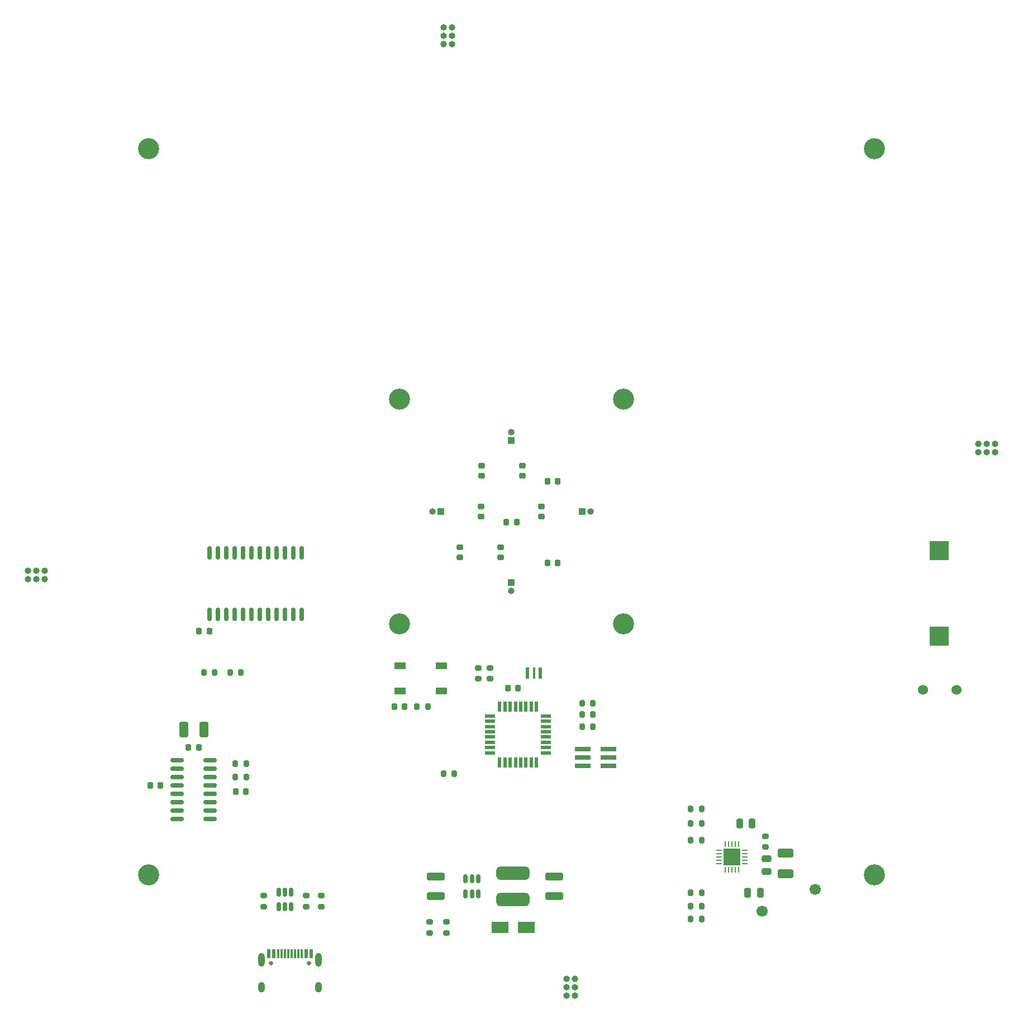
<source format=gbr>
%TF.GenerationSoftware,KiCad,Pcbnew,(6.0.8)*%
%TF.CreationDate,2022-11-08T14:11:50+01:00*%
%TF.ProjectId,BoardGame,426f6172-6447-4616-9d65-2e6b69636164,rev?*%
%TF.SameCoordinates,Original*%
%TF.FileFunction,Soldermask,Bot*%
%TF.FilePolarity,Negative*%
%FSLAX46Y46*%
G04 Gerber Fmt 4.6, Leading zero omitted, Abs format (unit mm)*
G04 Created by KiCad (PCBNEW (6.0.8)) date 2022-11-08 14:11:50*
%MOMM*%
%LPD*%
G01*
G04 APERTURE LIST*
G04 Aperture macros list*
%AMRoundRect*
0 Rectangle with rounded corners*
0 $1 Rounding radius*
0 $2 $3 $4 $5 $6 $7 $8 $9 X,Y pos of 4 corners*
0 Add a 4 corners polygon primitive as box body*
4,1,4,$2,$3,$4,$5,$6,$7,$8,$9,$2,$3,0*
0 Add four circle primitives for the rounded corners*
1,1,$1+$1,$2,$3*
1,1,$1+$1,$4,$5*
1,1,$1+$1,$6,$7*
1,1,$1+$1,$8,$9*
0 Add four rect primitives between the rounded corners*
20,1,$1+$1,$2,$3,$4,$5,0*
20,1,$1+$1,$4,$5,$6,$7,0*
20,1,$1+$1,$6,$7,$8,$9,0*
20,1,$1+$1,$8,$9,$2,$3,0*%
G04 Aperture macros list end*
%ADD10C,3.200000*%
%ADD11C,1.000000*%
%ADD12O,1.000000X1.000000*%
%ADD13C,1.700000*%
%ADD14R,1.000000X1.000000*%
%ADD15RoundRect,0.225000X-0.250000X0.225000X-0.250000X-0.225000X0.250000X-0.225000X0.250000X0.225000X0*%
%ADD16RoundRect,0.200000X0.200000X0.275000X-0.200000X0.275000X-0.200000X-0.275000X0.200000X-0.275000X0*%
%ADD17RoundRect,0.225000X-0.225000X-0.250000X0.225000X-0.250000X0.225000X0.250000X-0.225000X0.250000X0*%
%ADD18RoundRect,0.200000X0.275000X-0.200000X0.275000X0.200000X-0.275000X0.200000X-0.275000X-0.200000X0*%
%ADD19R,3.000000X3.000000*%
%ADD20R,0.550000X1.600000*%
%ADD21R,1.600000X0.550000*%
%ADD22RoundRect,0.200000X-0.275000X0.200000X-0.275000X-0.200000X0.275000X-0.200000X0.275000X0.200000X0*%
%ADD23RoundRect,0.200000X-0.200000X-0.275000X0.200000X-0.275000X0.200000X0.275000X-0.200000X0.275000X0*%
%ADD24RoundRect,0.250000X1.100000X-0.325000X1.100000X0.325000X-1.100000X0.325000X-1.100000X-0.325000X0*%
%ADD25RoundRect,0.225000X0.225000X0.250000X-0.225000X0.250000X-0.225000X-0.250000X0.225000X-0.250000X0*%
%ADD26RoundRect,0.250000X-0.412500X-0.925000X0.412500X-0.925000X0.412500X0.925000X-0.412500X0.925000X0*%
%ADD27R,2.500000X1.800000*%
%ADD28RoundRect,0.500000X-2.000000X0.500000X-2.000000X-0.500000X2.000000X-0.500000X2.000000X0.500000X0*%
%ADD29RoundRect,0.250000X-0.250000X-0.475000X0.250000X-0.475000X0.250000X0.475000X-0.250000X0.475000X0*%
%ADD30C,0.650000*%
%ADD31R,0.600000X1.450000*%
%ADD32R,0.300000X1.450000*%
%ADD33O,1.000000X1.600000*%
%ADD34O,1.000000X2.100000*%
%ADD35RoundRect,0.225000X0.250000X-0.225000X0.250000X0.225000X-0.250000X0.225000X-0.250000X-0.225000X0*%
%ADD36RoundRect,0.150000X0.150000X-0.512500X0.150000X0.512500X-0.150000X0.512500X-0.150000X-0.512500X0*%
%ADD37RoundRect,0.250000X-0.925000X0.412500X-0.925000X-0.412500X0.925000X-0.412500X0.925000X0.412500X0*%
%ADD38RoundRect,0.150000X0.825000X0.150000X-0.825000X0.150000X-0.825000X-0.150000X0.825000X-0.150000X0*%
%ADD39R,1.700000X1.000000*%
%ADD40C,1.524000*%
%ADD41RoundRect,0.250000X-1.100000X0.325000X-1.100000X-0.325000X1.100000X-0.325000X1.100000X0.325000X0*%
%ADD42RoundRect,0.150000X-0.150000X0.875000X-0.150000X-0.875000X0.150000X-0.875000X0.150000X0.875000X0*%
%ADD43R,0.600000X1.700000*%
%ADD44R,0.400000X1.700000*%
%ADD45RoundRect,0.062500X0.062500X-0.350000X0.062500X0.350000X-0.062500X0.350000X-0.062500X-0.350000X0*%
%ADD46RoundRect,0.062500X0.350000X-0.062500X0.350000X0.062500X-0.350000X0.062500X-0.350000X-0.062500X0*%
%ADD47R,2.500000X2.500000*%
%ADD48RoundRect,0.250000X-0.475000X0.250000X-0.475000X-0.250000X0.475000X-0.250000X0.475000X0.250000X0*%
%ADD49R,2.400000X0.740000*%
G04 APERTURE END LIST*
D10*
%TO.C,H1007*%
X161000000Y-70000000D03*
%TD*%
D11*
%TO.C,J401*%
X73220000Y-97235000D03*
D12*
X73220000Y-95965000D03*
X71950000Y-97235000D03*
X71950000Y-95965000D03*
X70680000Y-97235000D03*
X70680000Y-95965000D03*
%TD*%
D11*
%TO.C,J403*%
X214780000Y-76765000D03*
D12*
X214780000Y-78035000D03*
X216050000Y-76765000D03*
X216050000Y-78035000D03*
X217320000Y-76765000D03*
X217320000Y-78035000D03*
%TD*%
D10*
%TO.C,H1002*%
X89000000Y-32000000D03*
%TD*%
%TO.C,H1008*%
X127000000Y-70000000D03*
%TD*%
D13*
%TO.C,J302*%
X182000000Y-147500000D03*
%TD*%
D14*
%TO.C,J406*%
X154750000Y-87000000D03*
D12*
X156020000Y-87000000D03*
%TD*%
D13*
%TO.C,J301*%
X190000000Y-144250000D03*
%TD*%
D11*
%TO.C,J404*%
X153600000Y-157730000D03*
D12*
X152330000Y-157730000D03*
X153600000Y-159000000D03*
X152330000Y-159000000D03*
X153600000Y-160270000D03*
X152330000Y-160270000D03*
%TD*%
D10*
%TO.C,H1005*%
X127000000Y-104000000D03*
%TD*%
%TO.C,H1001*%
X199000000Y-142000000D03*
%TD*%
D14*
%TO.C,J408*%
X133250000Y-87000000D03*
D12*
X131980000Y-87000000D03*
%TD*%
D10*
%TO.C,H1004*%
X199000000Y-32000000D03*
%TD*%
%TO.C,H1006*%
X161000000Y-104000000D03*
%TD*%
%TO.C,H1003*%
X89000000Y-142000000D03*
%TD*%
D14*
%TO.C,J405*%
X144000000Y-97750000D03*
D12*
X144000000Y-99020000D03*
%TD*%
D11*
%TO.C,J402*%
X133715000Y-16220000D03*
D12*
X134985000Y-16220000D03*
X133715000Y-14950000D03*
X134985000Y-14950000D03*
X133715000Y-13680000D03*
X134985000Y-13680000D03*
%TD*%
D14*
%TO.C,J407*%
X144000000Y-76250000D03*
D12*
X144000000Y-74980000D03*
%TD*%
D15*
%TO.C,C1006*%
X142360000Y-92425000D03*
X142360000Y-93975000D03*
%TD*%
D16*
%TO.C,R303*%
X172825000Y-146750000D03*
X171175000Y-146750000D03*
%TD*%
D17*
%TO.C,C504*%
X126225000Y-116500000D03*
X127775000Y-116500000D03*
%TD*%
D16*
%TO.C,R201*%
X103825000Y-125200000D03*
X102175000Y-125200000D03*
%TD*%
%TO.C,R401*%
X103020000Y-111397500D03*
X101370000Y-111397500D03*
%TD*%
%TO.C,R1006*%
X135325000Y-126700000D03*
X133675000Y-126700000D03*
%TD*%
D18*
%TO.C,R202*%
X106425378Y-146825000D03*
X106425378Y-145175000D03*
%TD*%
D19*
%TO.C,LS501*%
X208800000Y-105900000D03*
X208800000Y-92900000D03*
%TD*%
D20*
%TO.C,U501*%
X142200000Y-116500000D03*
X143000000Y-116500000D03*
X143800000Y-116500000D03*
X144600000Y-116500000D03*
X145400000Y-116500000D03*
X146200000Y-116500000D03*
X147000000Y-116500000D03*
X147800000Y-116500000D03*
D21*
X149250000Y-117950000D03*
X149250000Y-118750000D03*
X149250000Y-119550000D03*
X149250000Y-120350000D03*
X149250000Y-121150000D03*
X149250000Y-121950000D03*
X149250000Y-122750000D03*
X149250000Y-123550000D03*
D20*
X147800000Y-125000000D03*
X147000000Y-125000000D03*
X146200000Y-125000000D03*
X145400000Y-125000000D03*
X144600000Y-125000000D03*
X143800000Y-125000000D03*
X143000000Y-125000000D03*
X142200000Y-125000000D03*
D21*
X140750000Y-123550000D03*
X140750000Y-122750000D03*
X140750000Y-121950000D03*
X140750000Y-121150000D03*
X140750000Y-120350000D03*
X140750000Y-119550000D03*
X140750000Y-118750000D03*
X140750000Y-117950000D03*
%TD*%
D22*
%TO.C,R602*%
X131600000Y-149175000D03*
X131600000Y-150825000D03*
%TD*%
D23*
%TO.C,R1002*%
X154675000Y-119550000D03*
X156325000Y-119550000D03*
%TD*%
D16*
%TO.C,R204*%
X103825000Y-127200000D03*
X102175000Y-127200000D03*
%TD*%
D24*
%TO.C,C602*%
X150500000Y-145225000D03*
X150500000Y-142275000D03*
%TD*%
D16*
%TO.C,R501*%
X131325000Y-116500000D03*
X129675000Y-116500000D03*
%TD*%
D25*
%TO.C,C501*%
X145000000Y-113750000D03*
X143450000Y-113750000D03*
%TD*%
D23*
%TO.C,R1004*%
X154675000Y-116000000D03*
X156325000Y-116000000D03*
%TD*%
D26*
%TO.C,C203*%
X94310000Y-120000000D03*
X97385000Y-120000000D03*
%TD*%
D15*
%TO.C,C1007*%
X136170000Y-92425000D03*
X136170000Y-93975000D03*
%TD*%
D27*
%TO.C,D601*%
X146250000Y-150000000D03*
X142250000Y-150000000D03*
%TD*%
D25*
%TO.C,C401*%
X98210000Y-105147500D03*
X96660000Y-105147500D03*
%TD*%
D28*
%TO.C,L601*%
X144250000Y-141750000D03*
X144250000Y-145750000D03*
%TD*%
D16*
%TO.C,R301*%
X172825000Y-148750000D03*
X171175000Y-148750000D03*
%TD*%
D18*
%TO.C,R1001*%
X139000000Y-112325000D03*
X139000000Y-110675000D03*
%TD*%
D29*
%TO.C,C303*%
X179800000Y-144750000D03*
X181700000Y-144750000D03*
%TD*%
D17*
%TO.C,C1009*%
X143225000Y-88600000D03*
X144775000Y-88600000D03*
%TD*%
%TO.C,C1005*%
X149425000Y-94800000D03*
X150975000Y-94800000D03*
%TD*%
D30*
%TO.C,J201*%
X107535378Y-155400000D03*
X113315378Y-155400000D03*
D31*
X113675378Y-153955000D03*
X112875378Y-153955000D03*
D32*
X111675378Y-153955000D03*
X110675378Y-153955000D03*
X110175378Y-153955000D03*
X109175378Y-153955000D03*
D31*
X107975378Y-153955000D03*
X107175378Y-153955000D03*
X107175378Y-153955000D03*
X107975378Y-153955000D03*
D32*
X108675378Y-153955000D03*
X109675378Y-153955000D03*
X111175378Y-153955000D03*
X112175378Y-153955000D03*
D31*
X112875378Y-153955000D03*
X113675378Y-153955000D03*
D33*
X114745378Y-159050000D03*
D34*
X114745378Y-154870000D03*
X106105378Y-154870000D03*
D33*
X106105378Y-159050000D03*
%TD*%
D17*
%TO.C,C201*%
X102225000Y-129400000D03*
X103775000Y-129400000D03*
%TD*%
D18*
%TO.C,FB201*%
X115175378Y-146825000D03*
X115175378Y-145175000D03*
%TD*%
D35*
%TO.C,C1008*%
X139400000Y-87775000D03*
X139400000Y-86225000D03*
%TD*%
D16*
%TO.C,R307*%
X172825000Y-144750000D03*
X171175000Y-144750000D03*
%TD*%
D36*
%TO.C,U601*%
X138950000Y-144887500D03*
X138000000Y-144887500D03*
X137050000Y-144887500D03*
X137050000Y-142612500D03*
X138000000Y-142612500D03*
X138950000Y-142612500D03*
%TD*%
D37*
%TO.C,C301*%
X185500000Y-138758000D03*
X185500000Y-141833000D03*
%TD*%
D38*
%TO.C,U202*%
X98300000Y-124660000D03*
X98300000Y-125930000D03*
X98300000Y-127200000D03*
X98300000Y-128470000D03*
X98300000Y-129740000D03*
X98300000Y-131010000D03*
X98300000Y-132280000D03*
X98300000Y-133550000D03*
X93350000Y-133550000D03*
X93350000Y-132280000D03*
X93350000Y-131010000D03*
X93350000Y-129740000D03*
X93350000Y-128470000D03*
X93350000Y-127200000D03*
X93350000Y-125930000D03*
X93350000Y-124660000D03*
%TD*%
D36*
%TO.C,U201*%
X110625378Y-146887500D03*
X109675378Y-146887500D03*
X108725378Y-146887500D03*
X108725378Y-144612500D03*
X109675378Y-144612500D03*
X110625378Y-144612500D03*
%TD*%
D39*
%TO.C,SW501*%
X133400000Y-110350000D03*
X127100000Y-110350000D03*
X133400000Y-114150000D03*
X127100000Y-114150000D03*
%TD*%
D18*
%TO.C,R601*%
X134100000Y-150825000D03*
X134100000Y-149175000D03*
%TD*%
D17*
%TO.C,C204*%
X89225000Y-128470000D03*
X90775000Y-128470000D03*
%TD*%
D40*
%TO.C,BT301*%
X206399000Y-114000000D03*
X211399000Y-114000000D03*
%TD*%
D18*
%TO.C,R310*%
X182500000Y-137825000D03*
X182500000Y-136175000D03*
%TD*%
D16*
%TO.C,R305*%
X172825000Y-134250000D03*
X171175000Y-134250000D03*
%TD*%
%TO.C,R302*%
X172825000Y-132000000D03*
X171175000Y-132000000D03*
%TD*%
D41*
%TO.C,C601*%
X132500000Y-142275000D03*
X132500000Y-145225000D03*
%TD*%
D16*
%TO.C,R308*%
X172825000Y-136750000D03*
X171175000Y-136750000D03*
%TD*%
D35*
%TO.C,C1001*%
X139450000Y-81575000D03*
X139450000Y-80025000D03*
%TD*%
D17*
%TO.C,C1003*%
X149425000Y-82400000D03*
X150975000Y-82400000D03*
%TD*%
%TO.C,C202*%
X95050000Y-122750000D03*
X96600000Y-122750000D03*
%TD*%
D42*
%TO.C,U401*%
X98210000Y-93247500D03*
X99480000Y-93247500D03*
X100750000Y-93247500D03*
X102020000Y-93247500D03*
X103290000Y-93247500D03*
X104560000Y-93247500D03*
X105830000Y-93247500D03*
X107100000Y-93247500D03*
X108370000Y-93247500D03*
X109640000Y-93247500D03*
X110910000Y-93247500D03*
X112180000Y-93247500D03*
X112180000Y-102547500D03*
X110910000Y-102547500D03*
X109640000Y-102547500D03*
X108370000Y-102547500D03*
X107100000Y-102547500D03*
X105830000Y-102547500D03*
X104560000Y-102547500D03*
X103290000Y-102547500D03*
X102020000Y-102547500D03*
X100750000Y-102547500D03*
X99480000Y-102547500D03*
X98210000Y-102547500D03*
%TD*%
D43*
%TO.C,Y501*%
X148350000Y-111500000D03*
D44*
X147400000Y-111500000D03*
D43*
X146450000Y-111500000D03*
%TD*%
D45*
%TO.C,U301*%
X178415000Y-141260500D03*
X177915000Y-141260500D03*
X177415000Y-141260500D03*
X176915000Y-141260500D03*
X176415000Y-141260500D03*
D46*
X175477500Y-140323000D03*
X175477500Y-139823000D03*
X175477500Y-139323000D03*
X175477500Y-138823000D03*
X175477500Y-138323000D03*
D45*
X176415000Y-137385500D03*
X176915000Y-137385500D03*
X177415000Y-137385500D03*
X177915000Y-137385500D03*
X178415000Y-137385500D03*
D46*
X179352500Y-138323000D03*
X179352500Y-138823000D03*
X179352500Y-139323000D03*
X179352500Y-139823000D03*
X179352500Y-140323000D03*
D47*
X177415000Y-139323000D03*
%TD*%
D48*
%TO.C,C302*%
X182650000Y-139600000D03*
X182650000Y-141500000D03*
%TD*%
D23*
%TO.C,R402*%
X97370000Y-111397500D03*
X99020000Y-111397500D03*
%TD*%
D49*
%TO.C,J501*%
X158700000Y-122980000D03*
X154800000Y-122980000D03*
X158700000Y-124250000D03*
X154800000Y-124250000D03*
X158700000Y-125520000D03*
X154800000Y-125520000D03*
%TD*%
D23*
%TO.C,R1003*%
X154675000Y-117750000D03*
X156325000Y-117750000D03*
%TD*%
D35*
%TO.C,C1002*%
X145640000Y-81575000D03*
X145640000Y-80025000D03*
%TD*%
D15*
%TO.C,C1004*%
X148550000Y-86225000D03*
X148550000Y-87775000D03*
%TD*%
D18*
%TO.C,R1005*%
X140750000Y-112325000D03*
X140750000Y-110675000D03*
%TD*%
D29*
%TO.C,C304*%
X178550000Y-134250000D03*
X180450000Y-134250000D03*
%TD*%
D18*
%TO.C,R203*%
X112925378Y-146825000D03*
X112925378Y-145175000D03*
%TD*%
M02*

</source>
